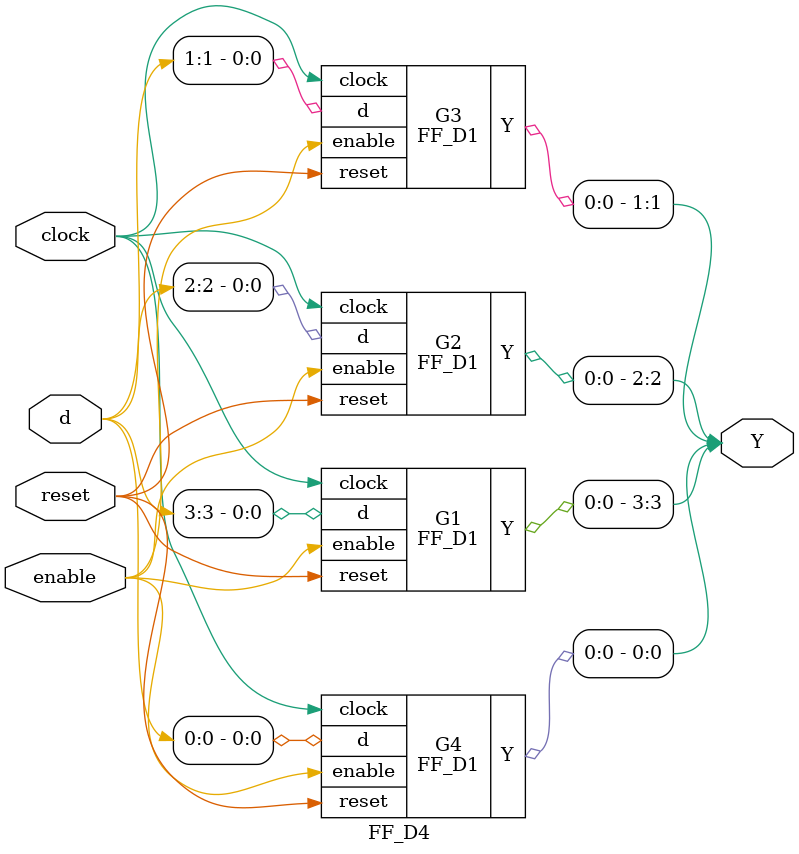
<source format=v>
/* Margareth Vela
Carné: 19458

Ejercicio 1 - Flip Flop tipo D de 1 bit */

module FF_D1(input wire clock, reset, enable, d, output reg Y);
  always @ (posedge clock, posedge reset) begin
    if(reset) begin
      Y <= 1'b0;
    end
    else if (enable == 1) begin
      Y <= d;
    end
    else if (enable == 0) begin
      Y <= Y;
    end
  end
endmodule

//Flip Flop tipo D de 2 bits
module FF_D2(input wire clock, reset, enable, input wire [1:0] d, output wire [1:0] Y);
  FF_D1 G1(clock, reset, enable, d[1], Y[1]);
  FF_D1 G2(clock, reset, enable, d[0], Y[0]);
endmodule

//Flip Flop tipo D de 2 bits
module FF_D4(input wire clock, reset, enable, input wire [3:0] d, output wire [3:0] Y);
  FF_D1 G1(clock, reset, enable, d[3], Y[3]);
  FF_D1 G2(clock, reset, enable, d[2], Y[2]);
  FF_D1 G3(clock, reset, enable, d[1], Y[1]);
  FF_D1 G4(clock, reset, enable, d[0], Y[0]);
endmodule

</source>
